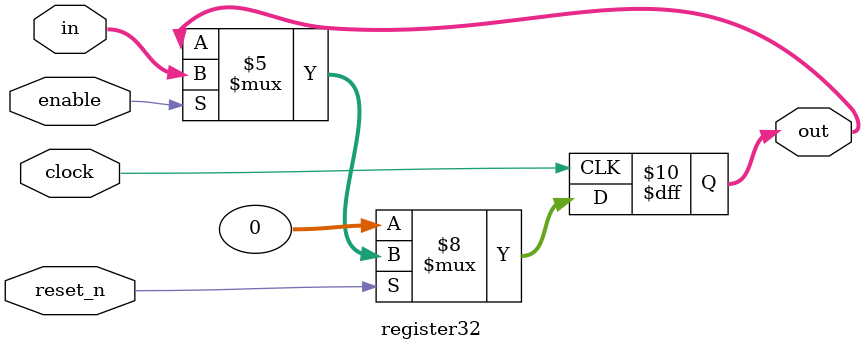
<source format=v>
module register9 (clock, reset_n, in, out, enable);
	input clock, reset_n, enable;
	input [8:0] in;
	output reg [8:0] out;

	always @(posedge clock)
		if(reset_n == 1'b0) out <= 9'b000000000;
		else if (enable == 1'b1) out <= in;
		else out <= out;
endmodule 

module register8 (clock, reset_n, in, out, enable);
	input clock, reset_n, enable;
	input [7:0] in;
	output reg [7:0] out;

	always @(posedge clock)
		if(reset_n == 1'b0) out <= 8'b00000000;
		else if (enable == 1'b1) out <= in;
		else out <= out;
endmodule 

module register1 (clock, reset_n, in, out, enable);
	input clock, reset_n, enable, in;
	output reg out;
	
	always @(posedge clock)
		if (reset_n == 1'b0) out <= 1'b0;
		else if (enable == 1'b1) out <= in;
		else out <= out;
endmodule

module register32 (clock, reset_n, in, out, enable);
	input clock, reset_n, enable;
	input [31:0] in;
	output reg [31:0] out;
	
	always @(posedge clock)
		if (reset_n == 1'b0) out <= 32'b0;
		else if (enable == 1'b1) out <= in;
		else out <= out;
endmodule

</source>
